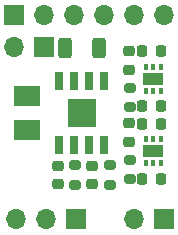
<source format=gbs>
G04 EasyEDA Pro v1.9.28, 2023-01-14 19:19:00*
G04 Gerber Generator version 0.3*%TF.GenerationSoftware,KiCad,Pcbnew,8.0.3*%
%TF.CreationDate,2024-11-10T00:39:19+08:00*%
%TF.ProjectId,NekoPurrTech_TiltingCtrl,4e656b6f-5075-4727-9254-6563685f5469,rev?*%
%TF.SameCoordinates,Original*%
%TF.FileFunction,Soldermask,Bot*%
%TF.FilePolarity,Negative*%
%FSLAX46Y46*%
G04 Gerber Fmt 4.6, Leading zero omitted, Abs format (unit mm)*
G04 Created by KiCad (PCBNEW 8.0.3) date 2024-11-10 00:39:19*
%MOMM*%
%LPD*%
G01*
G04 APERTURE LIST*
G04 Aperture macros list*
%AMRoundRect*
0 Rectangle with rounded corners*
0 $1 Rounding radius*
0 $2 $3 $4 $5 $6 $7 $8 $9 X,Y pos of 4 corners*
0 Add a 4 corners polygon primitive as box body*
4,1,4,$2,$3,$4,$5,$6,$7,$8,$9,$2,$3,0*
0 Add four circle primitives for the rounded corners*
1,1,$1+$1,$2,$3*
1,1,$1+$1,$4,$5*
1,1,$1+$1,$6,$7*
1,1,$1+$1,$8,$9*
0 Add four rect primitives between the rounded corners*
20,1,$1+$1,$2,$3,$4,$5,0*
20,1,$1+$1,$4,$5,$6,$7,0*
20,1,$1+$1,$6,$7,$8,$9,0*
20,1,$1+$1,$8,$9,$2,$3,0*%
G04 Aperture macros list end*
%ADD10R,0.350000X0.600000*%
%ADD11R,1.700000X1.100000*%
%ADD12R,0.650000X1.525000*%
%ADD13R,2.390000X2.390000*%
%ADD14R,1.700000X1.700000*%
%ADD15O,1.700000X1.700000*%
%ADD16R,2.300000X1.800000*%
%ADD17RoundRect,0.225000X-0.225000X-0.250000X0.225000X-0.250000X0.225000X0.250000X-0.225000X0.250000X0*%
%ADD18RoundRect,0.200000X0.275000X-0.200000X0.275000X0.200000X-0.275000X0.200000X-0.275000X-0.200000X0*%
%ADD19RoundRect,0.225000X0.225000X0.250000X-0.225000X0.250000X-0.225000X-0.250000X0.225000X-0.250000X0*%
%ADD20RoundRect,0.218750X0.256250X-0.218750X0.256250X0.218750X-0.256250X0.218750X-0.256250X-0.218750X0*%
%ADD21RoundRect,0.225000X-0.250000X0.225000X-0.250000X-0.225000X0.250000X-0.225000X0.250000X0.225000X0*%
%ADD22RoundRect,0.250000X0.312500X0.625000X-0.312500X0.625000X-0.312500X-0.625000X0.312500X-0.625000X0*%
G04 APERTURE END LIST*
D10*
%TO.C,IC3*%
X97475000Y-60662500D03*
X98125000Y-60662500D03*
X98775000Y-60662500D03*
X98775000Y-62762500D03*
X98125000Y-62762500D03*
X97475000Y-62762500D03*
D11*
X98125000Y-61712500D03*
%TD*%
D12*
%TO.C,IC2*%
X93980000Y-67337000D03*
X92710000Y-67337000D03*
X91440000Y-67337000D03*
X90170000Y-67337000D03*
X90170000Y-61913000D03*
X91440000Y-61913000D03*
X92710000Y-61913000D03*
X93980000Y-61913000D03*
D13*
X92075000Y-64625000D03*
%TD*%
D10*
%TO.C,IC1*%
X97480000Y-66763000D03*
X98130000Y-66763000D03*
X98780000Y-66763000D03*
X98780000Y-68863000D03*
X98130000Y-68863000D03*
X97480000Y-68863000D03*
D11*
X98130000Y-67813000D03*
%TD*%
D14*
%TO.C,J5*%
X88885000Y-59000000D03*
D15*
X86345000Y-59000000D03*
%TD*%
D14*
%TO.C,J3*%
X86350000Y-56300000D03*
D15*
X88890000Y-56300000D03*
X91430000Y-56300000D03*
X93970000Y-56300000D03*
X96510000Y-56300000D03*
X99050000Y-56300000D03*
%TD*%
D14*
%TO.C,J2*%
X91580000Y-73600000D03*
D15*
X89040000Y-73600000D03*
X86500000Y-73600000D03*
%TD*%
D14*
%TO.C,J1*%
X99025000Y-73600000D03*
D15*
X96485000Y-73600000D03*
%TD*%
D16*
%TO.C,C12*%
X87400000Y-63175000D03*
X87400000Y-66075000D03*
%TD*%
D17*
%TO.C,C10*%
X97175000Y-65500000D03*
X98725000Y-65500000D03*
%TD*%
D18*
%TO.C,R4*%
X91500000Y-70650000D03*
X91500000Y-69000000D03*
%TD*%
D19*
%TO.C,C9*%
X98725000Y-70150000D03*
X97175000Y-70150000D03*
%TD*%
D20*
%TO.C,D2*%
X96075000Y-60925000D03*
X96075000Y-59350000D03*
%TD*%
D18*
%TO.C,R1*%
X94425000Y-70650000D03*
X94425000Y-69000000D03*
%TD*%
D21*
%TO.C,C7*%
X90050000Y-69050000D03*
X90050000Y-70600000D03*
%TD*%
D22*
%TO.C,R9*%
X93552500Y-59080000D03*
X90627500Y-59080000D03*
%TD*%
D17*
%TO.C,C13*%
X97175000Y-59387500D03*
X98725000Y-59387500D03*
%TD*%
D18*
%TO.C,R10*%
X96100000Y-64112500D03*
X96100000Y-62462500D03*
%TD*%
%TO.C,R8*%
X96100000Y-70225000D03*
X96100000Y-68575000D03*
%TD*%
D20*
%TO.C,D1*%
X96075000Y-67037500D03*
X96075000Y-65462500D03*
%TD*%
D19*
%TO.C,C11*%
X98725000Y-64037500D03*
X97175000Y-64037500D03*
%TD*%
D21*
%TO.C,C2*%
X92950000Y-69050000D03*
X92950000Y-70600000D03*
%TD*%
M02*

</source>
